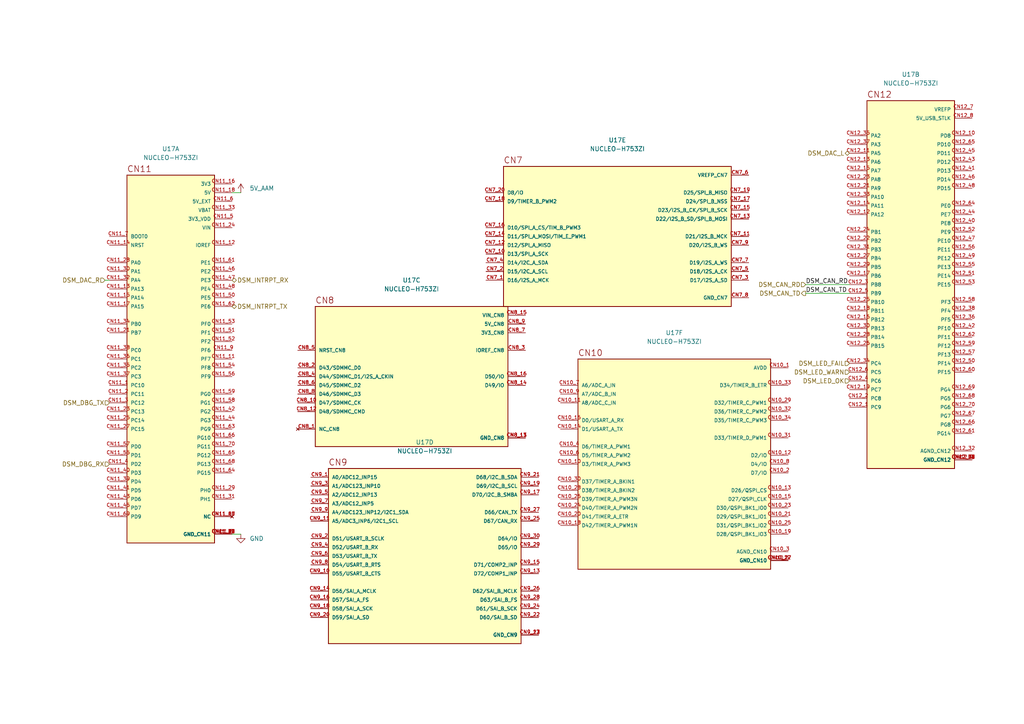
<source format=kicad_sch>
(kicad_sch (version 20250114) (generator "eeschema") (generator_version "9.0")
  (paper "A4")
  (lib_symbols
    (symbol "NUCLEO-H753ZI:NUCLEO-H753ZI" (pin_names (offset 1.016))
      (property "Reference" "U" (at -12.7 57.15 0))
      (property "Value" "NUCLEO-H753ZI" (at -12.7 -54.61 0))
      (symbol "NUCLEO-H753ZI_1_0"
        (rectangle (start -12.7 -53.34) (end 12.7 53.34) (stroke (width 0.254)) (fill (type background)))
        (text "CN11" (at -12.7 54.102 0) (effects (font (size 1.778 1.778)) (justify left bottom)))
        (pin input line (at -17.78 35.56 0) (length 5.08) (name "BOOT0") (number "CN11_7"))
        (pin input line (at -17.78 33.02 0) (length 5.08) (name "NRST") (number "CN11_14"))
        (pin bidirectional line (at -17.78 27.94 0) (length 5.08) (name "PA0") (number "CN11_28"))
        (pin bidirectional line (at -17.78 25.4 0) (length 5.08) (name "PA1") (number "CN11_30"))
        (pin bidirectional line (at -17.78 22.86 0) (length 5.08) (name "PA4") (number "CN11_32"))
        (pin bidirectional line (at -17.78 20.32 0) (length 5.08) (name "PA13") (number "CN11_13"))
        (pin bidirectional line (at -17.78 17.78 0) (length 5.08) (name "PA14") (number "CN11_15"))
        (pin bidirectional line (at -17.78 15.24 0) (length 5.08) (name "PA15") (number "CN11_17"))
        (pin bidirectional line (at -17.78 10.16 0) (length 5.08) (name "PB0") (number "CN11_34"))
        (pin bidirectional line (at -17.78 7.62 0) (length 5.08) (name "PB7") (number "CN11_21"))
        (pin bidirectional line (at -17.78 2.54 0) (length 5.08) (name "PC0") (number "CN11_38"))
        (pin bidirectional line (at -17.78 0 0) (length 5.08) (name "PC1") (number "CN11_36"))
        (pin bidirectional line (at -17.78 -2.54 0) (length 5.08) (name "PC2") (number "CN11_35"))
        (pin bidirectional line (at -17.78 -5.08 0) (length 5.08) (name "PC3") (number "CN11_37"))
        (pin bidirectional line (at -17.78 -7.62 0) (length 5.08) (name "PC10") (number "CN11_1"))
        (pin bidirectional line (at -17.78 -10.16 0) (length 5.08) (name "PC11") (number "CN11_2"))
        (pin bidirectional line (at -17.78 -12.7 0) (length 5.08) (name "PC12") (number "CN11_3"))
        (pin bidirectional line (at -17.78 -15.24 0) (length 5.08) (name "PC13") (number "CN11_23"))
        (pin bidirectional line (at -17.78 -17.78 0) (length 5.08) (name "PC14") (number "CN11_25"))
        (pin bidirectional line (at -17.78 -20.32 0) (length 5.08) (name "PC15") (number "CN11_27"))
        (pin bidirectional line (at -17.78 -25.4 0) (length 5.08) (name "PD0") (number "CN11_57"))
        (pin bidirectional line (at -17.78 -27.94 0) (length 5.08) (name "PD1") (number "CN11_55"))
        (pin bidirectional line (at -17.78 -30.48 0) (length 5.08) (name "PD2") (number "CN11_4"))
        (pin bidirectional line (at -17.78 -33.02 0) (length 5.08) (name "PD3") (number "CN11_40"))
        (pin bidirectional line (at -17.78 -35.56 0) (length 5.08) (name "PD4") (number "CN11_39"))
        (pin bidirectional line (at -17.78 -38.1 0) (length 5.08) (name "PD5") (number "CN11_41"))
        (pin bidirectional line (at -17.78 -40.64 0) (length 5.08) (name "PD6") (number "CN11_43"))
        (pin bidirectional line (at -17.78 -43.18 0) (length 5.08) (name "PD7") (number "CN11_45"))
        (pin bidirectional line (at -17.78 -45.72 0) (length 5.08) (name "PD9") (number "CN11_69"))
        (pin power_in line (at 17.78 50.8 180) (length 5.08) (name "3V3") (number "CN11_16"))
        (pin power_in line (at 17.78 48.26 180) (length 5.08) (name "5V") (number "CN11_18"))
        (pin power_in line (at 17.78 45.72 180) (length 5.08) (name "5V_EXT") (number "CN11_6"))
        (pin power_in line (at 17.78 43.18 180) (length 5.08) (name "VBAT") (number "CN11_33"))
        (pin power_in line (at 17.78 40.64 180) (length 5.08) (name "3V3_VDD") (number "CN11_5"))
        (pin power_in line (at 17.78 38.1 180) (length 5.08) (name "VIN") (number "CN11_24"))
        (pin bidirectional line (at 17.78 33.02 180) (length 5.08) (name "IOREF") (number "CN11_12"))
        (pin bidirectional line (at 17.78 27.94 180) (length 5.08) (name "PE1") (number "CN11_61"))
        (pin bidirectional line (at 17.78 25.4 180) (length 5.08) (name "PE2") (number "CN11_46"))
        (pin bidirectional line (at 17.78 22.86 180) (length 5.08) (name "PE3") (number "CN11_47"))
        (pin bidirectional line (at 17.78 20.32 180) (length 5.08) (name "PE4") (number "CN11_48"))
        (pin bidirectional line (at 17.78 17.78 180) (length 5.08) (name "PE5") (number "CN11_50"))
        (pin bidirectional line (at 17.78 15.24 180) (length 5.08) (name "PE6") (number "CN11_62"))
        (pin bidirectional line (at 17.78 10.16 180) (length 5.08) (name "PF0") (number "CN11_53"))
        (pin bidirectional line (at 17.78 7.62 180) (length 5.08) (name "PF1") (number "CN11_51"))
        (pin bidirectional line (at 17.78 5.08 180) (length 5.08) (name "PF2") (number "CN11_52"))
        (pin bidirectional line (at 17.78 2.54 180) (length 5.08) (name "PF6") (number "CN11_9"))
        (pin bidirectional line (at 17.78 0 180) (length 5.08) (name "PF7") (number "CN11_11"))
        (pin bidirectional line (at 17.78 -2.54 180) (length 5.08) (name "PF8") (number "CN11_54"))
        (pin bidirectional line (at 17.78 -5.08 180) (length 5.08) (name "PF9") (number "CN11_56"))
        (pin bidirectional line (at 17.78 -10.16 180) (length 5.08) (name "PG0") (number "CN11_59"))
        (pin bidirectional line (at 17.78 -12.7 180) (length 5.08) (name "PG1") (number "CN11_58"))
        (pin bidirectional line (at 17.78 -15.24 180) (length 5.08) (name "PG2") (number "CN11_42"))
        (pin bidirectional line (at 17.78 -17.78 180) (length 5.08) (name "PG3") (number "CN11_44"))
        (pin bidirectional line (at 17.78 -20.32 180) (length 5.08) (name "PG9") (number "CN11_63"))
        (pin bidirectional line (at 17.78 -22.86 180) (length 5.08) (name "PG10") (number "CN11_66"))
        (pin bidirectional line (at 17.78 -25.4 180) (length 5.08) (name "PG11") (number "CN11_70"))
        (pin bidirectional line (at 17.78 -27.94 180) (length 5.08) (name "PG12") (number "CN11_65"))
        (pin bidirectional line (at 17.78 -30.48 180) (length 5.08) (name "PG13") (number "CN11_68"))
        (pin bidirectional line (at 17.78 -33.02 180) (length 5.08) (name "PG15") (number "CN11_64"))
        (pin bidirectional line (at 17.78 -38.1 180) (length 5.08) (name "PH0") (number "CN11_29"))
        (pin bidirectional line (at 17.78 -40.64 180) (length 5.08) (name "PH1") (number "CN11_31"))
        (pin no_connect line (at 17.78 -45.72 180) (length 5.08) (name "NC") (number "CN11_10"))
        (pin no_connect line (at 17.78 -45.72 180) (length 5.08) (name "NC") (number "CN11_26"))
        (pin no_connect line (at 17.78 -45.72 180) (length 5.08) (name "NC") (number "CN11_67"))
        (pin power_in line (at 17.78 -50.8 180) (length 5.08) (name "GND_CN11") (number "CN11_19"))
        (pin power_in line (at 17.78 -50.8 180) (length 5.08) (name "GND_CN11") (number "CN11_20"))
        (pin power_in line (at 17.78 -50.8 180) (length 5.08) (name "GND_CN11") (number "CN11_22"))
        (pin power_in line (at 17.78 -50.8 180) (length 5.08) (name "GND_CN11") (number "CN11_49"))
        (pin power_in line (at 17.78 -50.8 180) (length 5.08) (name "GND_CN11") (number "CN11_60"))
        (pin power_in line (at 17.78 -50.8 180) (length 5.08) (name "GND_CN11") (number "CN11_71"))
        (pin power_in line (at 17.78 -50.8 180) (length 5.08) (name "GND_CN11") (number "CN11_72"))
        (pin power_in line (at 17.78 -50.8 180) (length 5.08) (name "GND_CN11") (number "CN11_8"))
      )
      (symbol "NUCLEO-H753ZI_2_0"
        (rectangle (start -12.7 -53.34) (end 12.7 53.34) (stroke (width 0.254)) (fill (type background)))
        (text "CN12" (at -12.7 54.102 0) (effects (font (size 1.778 1.778)) (justify left bottom)))
        (pin bidirectional line (at -17.78 43.18 0) (length 5.08) (name "PA2") (number "CN12_35"))
        (pin bidirectional line (at -17.78 40.64 0) (length 5.08) (name "PA3") (number "CN12_37"))
        (pin bidirectional line (at -17.78 38.1 0) (length 5.08) (name "PA5") (number "CN12_11"))
        (pin bidirectional line (at -17.78 35.56 0) (length 5.08) (name "PA6") (number "CN12_13"))
        (pin bidirectional line (at -17.78 33.02 0) (length 5.08) (name "PA7") (number "CN12_15"))
        (pin bidirectional line (at -17.78 30.48 0) (length 5.08) (name "PA8") (number "CN12_23"))
        (pin bidirectional line (at -17.78 27.94 0) (length 5.08) (name "PA9") (number "CN12_21"))
        (pin bidirectional line (at -17.78 25.4 0) (length 5.08) (name "PA10") (number "CN12_33"))
        (pin bidirectional line (at -17.78 22.86 0) (length 5.08) (name "PA11") (number "CN12_14"))
        (pin bidirectional line (at -17.78 20.32 0) (length 5.08) (name "PA12") (number "CN12_12"))
        (pin bidirectional line (at -17.78 15.24 0) (length 5.08) (name "PB1") (number "CN12_24"))
        (pin bidirectional line (at -17.78 12.7 0) (length 5.08) (name "PB2") (number "CN12_22"))
        (pin bidirectional line (at -17.78 10.16 0) (length 5.08) (name "PB3") (number "CN12_31"))
        (pin bidirectional line (at -17.78 7.62 0) (length 5.08) (name "PB4") (number "CN12_27"))
        (pin bidirectional line (at -17.78 5.08 0) (length 5.08) (name "PB5") (number "CN12_29"))
        (pin bidirectional line (at -17.78 2.54 0) (length 5.08) (name "PB6") (number "CN12_17"))
        (pin bidirectional line (at -17.78 0 0) (length 5.08) (name "PB8") (number "CN12_3"))
        (pin bidirectional line (at -17.78 -2.54 0) (length 5.08) (name "PB9") (number "CN12_5"))
        (pin bidirectional line (at -17.78 -5.08 0) (length 5.08) (name "PB10") (number "CN12_25"))
        (pin bidirectional line (at -17.78 -7.62 0) (length 5.08) (name "PB11") (number "CN12_18"))
        (pin bidirectional line (at -17.78 -10.16 0) (length 5.08) (name "PB12") (number "CN12_16"))
        (pin bidirectional line (at -17.78 -12.7 0) (length 5.08) (name "PB13") (number "CN12_30"))
        (pin bidirectional line (at -17.78 -15.24 0) (length 5.08) (name "PB14") (number "CN12_28"))
        (pin bidirectional line (at -17.78 -17.78 0) (length 5.08) (name "PB15") (number "CN12_26"))
        (pin bidirectional line (at -17.78 -22.86 0) (length 5.08) (name "PC4") (number "CN12_34"))
        (pin bidirectional line (at -17.78 -25.4 0) (length 5.08) (name "PC5") (number "CN12_6"))
        (pin bidirectional line (at -17.78 -27.94 0) (length 5.08) (name "PC6") (number "CN12_4"))
        (pin bidirectional line (at -17.78 -30.48 0) (length 5.08) (name "PC7") (number "CN12_19"))
        (pin bidirectional line (at -17.78 -33.02 0) (length 5.08) (name "PC8") (number "CN12_2"))
        (pin bidirectional line (at -17.78 -35.56 0) (length 5.08) (name "PC9") (number "CN12_1"))
        (pin power_in line (at 17.78 50.8 180) (length 5.08) (name "VREFP") (number "CN12_7"))
        (pin power_in line (at 17.78 48.26 180) (length 5.08) (name "5V_USB_STLK") (number "CN12_8"))
        (pin bidirectional line (at 17.78 43.18 180) (length 5.08) (name "PD8") (number "CN12_10"))
        (pin bidirectional line (at 17.78 40.64 180) (length 5.08) (name "PD10") (number "CN12_65"))
        (pin bidirectional line (at 17.78 38.1 180) (length 5.08) (name "PD11") (number "CN12_45"))
        (pin bidirectional line (at 17.78 35.56 180) (length 5.08) (name "PD12") (number "CN12_43"))
        (pin bidirectional line (at 17.78 33.02 180) (length 5.08) (name "PD13") (number "CN12_41"))
        (pin bidirectional line (at 17.78 30.48 180) (length 5.08) (name "PD14") (number "CN12_46"))
        (pin bidirectional line (at 17.78 27.94 180) (length 5.08) (name "PD15") (number "CN12_48"))
        (pin bidirectional line (at 17.78 22.86 180) (length 5.08) (name "PE0") (number "CN12_64"))
        (pin bidirectional line (at 17.78 20.32 180) (length 5.08) (name "PE7") (number "CN12_44"))
        (pin bidirectional line (at 17.78 17.78 180) (length 5.08) (name "PE8") (number "CN12_40"))
        (pin bidirectional line (at 17.78 15.24 180) (length 5.08) (name "PE9") (number "CN12_52"))
        (pin bidirectional line (at 17.78 12.7 180) (length 5.08) (name "PE10") (number "CN12_47"))
        (pin bidirectional line (at 17.78 10.16 180) (length 5.08) (name "PE11") (number "CN12_56"))
        (pin bidirectional line (at 17.78 7.62 180) (length 5.08) (name "PE12") (number "CN12_49"))
        (pin bidirectional line (at 17.78 5.08 180) (length 5.08) (name "PE13") (number "CN12_55"))
        (pin bidirectional line (at 17.78 2.54 180) (length 5.08) (name "PE14") (number "CN12_51"))
        (pin bidirectional line (at 17.78 0 180) (length 5.08) (name "PE15") (number "CN12_53"))
        (pin bidirectional line (at 17.78 -5.08 180) (length 5.08) (name "PF3") (number "CN12_58"))
        (pin bidirectional line (at 17.78 -7.62 180) (length 5.08) (name "PF4") (number "CN12_38"))
        (pin bidirectional line (at 17.78 -10.16 180) (length 5.08) (name "PF5") (number "CN12_36"))
        (pin bidirectional line (at 17.78 -12.7 180) (length 5.08) (name "PF10") (number "CN12_42"))
        (pin bidirectional line (at 17.78 -15.24 180) (length 5.08) (name "PF11") (number "CN12_62"))
        (pin bidirectional line (at 17.78 -17.78 180) (length 5.08) (name "PF12") (number "CN12_59"))
        (pin bidirectional line (at 17.78 -20.32 180) (length 5.08) (name "PF13") (number "CN12_57"))
        (pin bidirectional line (at 17.78 -22.86 180) (length 5.08) (name "PF14") (number "CN12_50"))
        (pin bidirectional line (at 17.78 -25.4 180) (length 5.08) (name "PF15") (number "CN12_60"))
        (pin bidirectional line (at 17.78 -30.48 180) (length 5.08) (name "PG4") (number "CN12_69"))
        (pin bidirectional line (at 17.78 -33.02 180) (length 5.08) (name "PG5") (number "CN12_68"))
        (pin bidirectional line (at 17.78 -35.56 180) (length 5.08) (name "PG6") (number "CN12_70"))
        (pin bidirectional line (at 17.78 -38.1 180) (length 5.08) (name "PG7") (number "CN12_67"))
        (pin bidirectional line (at 17.78 -40.64 180) (length 5.08) (name "PG8") (number "CN12_66"))
        (pin bidirectional line (at 17.78 -43.18 180) (length 5.08) (name "PG14") (number "CN12_61"))
        (pin power_in line (at 17.78 -48.26 180) (length 5.08) (name "AGND_CN12") (number "CN12_32"))
        (pin power_in line (at 17.78 -50.8 180) (length 5.08) (name "GND_CN12") (number "CN12_20"))
        (pin power_in line (at 17.78 -50.8 180) (length 5.08) (name "GND_CN12") (number "CN12_39"))
        (pin power_in line (at 17.78 -50.8 180) (length 5.08) (name "GND_CN12") (number "CN12_54"))
        (pin power_in line (at 17.78 -50.8 180) (length 5.08) (name "GND_CN12") (number "CN12_63"))
        (pin power_in line (at 17.78 -50.8 180) (length 5.08) (name "GND_CN12") (number "CN12_71"))
        (pin power_in line (at 17.78 -50.8 180) (length 5.08) (name "GND_CN12") (number "CN12_72"))
        (pin power_in line (at 17.78 -50.8 180) (length 5.08) (name "GND_CN12") (number "CN12_9"))
      )
      (symbol "NUCLEO-H753ZI_3_0"
        (rectangle (start -27.94 -20.32) (end 27.94 20.32) (stroke (width 0.254)) (fill (type background)))
        (text "CN8" (at -27.94 21.082 0) (effects (font (size 1.778 1.778)) (justify left bottom)))
        (pin input line (at -33.02 7.62 0) (length 5.08) (name "NRST_CN8") (number "CN8_5"))
        (pin bidirectional line (at -33.02 2.54 0) (length 5.08) (name "D43/SDMMC_D0") (number "CN8_2"))
        (pin bidirectional line (at -33.02 0 0) (length 5.08) (name "D44/SDMMC_D1/I2S_A_CKIN") (number "CN8_4"))
        (pin bidirectional line (at -33.02 -2.54 0) (length 5.08) (name "D45/SDMMC_D2") (number "CN8_6"))
        (pin bidirectional line (at -33.02 -5.08 0) (length 5.08) (name "D46/SDMMC_D3") (number "CN8_8"))
        (pin bidirectional line (at -33.02 -7.62 0) (length 5.08) (name "D47/SDMMC_CK") (number "CN8_10"))
        (pin bidirectional line (at -33.02 -10.16 0) (length 5.08) (name "D48/SDMMC_CMD") (number "CN8_12"))
        (pin no_connect line (at -33.02 -15.24 0) (length 5.08) (name "NC_CN8") (number "CN8_1"))
        (pin power_in line (at 33.02 17.78 180) (length 5.08) (name "VIN_CN8") (number "CN8_15"))
        (pin power_in line (at 33.02 15.24 180) (length 5.08) (name "5V_CN8") (number "CN8_9"))
        (pin power_in line (at 33.02 12.7 180) (length 5.08) (name "3V3_CN8") (number "CN8_7"))
        (pin bidirectional line (at 33.02 7.62 180) (length 5.08) (name "IOREF_CN8") (number "CN8_3"))
        (pin bidirectional line (at 33.02 0 180) (length 5.08) (name "D50/IO") (number "CN8_16"))
        (pin bidirectional line (at 33.02 -2.54 180) (length 5.08) (name "D49/IO") (number "CN8_14"))
        (pin power_in line (at 33.02 -17.78 180) (length 5.08) (name "GND_CN8") (number "CN8_11"))
        (pin power_in line (at 33.02 -17.78 180) (length 5.08) (name "GND_CN8") (number "CN8_13"))
      )
      (symbol "NUCLEO-H753ZI_4_0"
        (rectangle (start -27.94 -25.4) (end 27.94 25.4) (stroke (width 0.254)) (fill (type background)))
        (text "CN9" (at -27.94 26.162 0) (effects (font (size 1.778 1.778)) (justify left bottom)))
        (pin input line (at -33.02 22.86 0) (length 5.08) (name "A0/ADC12_INP15") (number "CN9_1"))
        (pin input line (at -33.02 20.32 0) (length 5.08) (name "A1/ADC123_INP10") (number "CN9_3"))
        (pin input line (at -33.02 17.78 0) (length 5.08) (name "A2/ADC12_INP13") (number "CN9_5"))
        (pin input line (at -33.02 15.24 0) (length 5.08) (name "A3/ADC12_INP5") (number "CN9_7"))
        (pin input line (at -33.02 12.7 0) (length 5.08) (name "A4/ADC123_INP12/I2C1_SDA") (number "CN9_9"))
        (pin input line (at -33.02 10.16 0) (length 5.08) (name "A5/ADC3_INP6/I2C1_SCL") (number "CN9_11"))
        (pin bidirectional line (at -33.02 5.08 0) (length 5.08) (name "D51/USART_B_SCLK") (number "CN9_2"))
        (pin bidirectional line (at -33.02 2.54 0) (length 5.08) (name "D52/USART_B_RX") (number "CN9_4"))
        (pin bidirectional line (at -33.02 0 0) (length 5.08) (name "D53/USART_B_TX") (number "CN9_6"))
        (pin bidirectional line (at -33.02 -2.54 0) (length 5.08) (name "D54/USART_B_RTS") (number "CN9_8"))
        (pin bidirectional line (at -33.02 -5.08 0) (length 5.08) (name "D55/USART_B_CTS") (number "CN9_10"))
        (pin bidirectional line (at -33.02 -10.16 0) (length 5.08) (name "D56/SAI_A_MCLK") (number "CN9_14"))
        (pin bidirectional line (at -33.02 -12.7 0) (length 5.08) (name "D57/SAI_A_FS") (number "CN9_16"))
        (pin bidirectional line (at -33.02 -15.24 0) (length 5.08) (name "D58/SAI_A_SCK") (number "CN9_18"))
        (pin bidirectional line (at -33.02 -17.78 0) (length 5.08) (name "D59/SAI_A_SD") (number "CN9_20"))
        (pin bidirectional line (at 33.02 22.86 180) (length 5.08) (name "D68/I2C_B_SDA") (number "CN9_21"))
        (pin bidirectional line (at 33.02 20.32 180) (length 5.08) (name "D69/I2C_B_SCL") (number "CN9_19"))
        (pin bidirectional line (at 33.02 17.78 180) (length 5.08) (name "D70/I2C_B_SMBA") (number "CN9_17"))
        (pin output line (at 33.02 12.7 180) (length 5.08) (name "D66/CAN_TX") (number "CN9_27"))
        (pin input line (at 33.02 10.16 180) (length 5.08) (name "D67/CAN_RX") (number "CN9_25"))
        (pin bidirectional line (at 33.02 5.08 180) (length 5.08) (name "D64/IO") (number "CN9_30"))
        (pin bidirectional line (at 33.02 2.54 180) (length 5.08) (name "D65/IO") (number "CN9_29"))
        (pin bidirectional line (at 33.02 -2.54 180) (length 5.08) (name "D71/COMP2_INP") (number "CN9_15"))
        (pin bidirectional line (at 33.02 -5.08 180) (length 5.08) (name "D72/COMP1_INP") (number "CN9_13"))
        (pin bidirectional line (at 33.02 -10.16 180) (length 5.08) (name "D62/SAI_B_MCLK") (number "CN9_26"))
        (pin bidirectional line (at 33.02 -12.7 180) (length 5.08) (name "D63/SAI_B_FS") (number "CN9_28"))
        (pin bidirectional line (at 33.02 -15.24 180) (length 5.08) (name "D61/SAI_B_SCK") (number "CN9_24"))
        (pin bidirectional line (at 33.02 -17.78 180) (length 5.08) (name "D60/SAI_B_SD") (number "CN9_22"))
        (pin power_in line (at 33.02 -22.86 180) (length 5.08) (name "GND_CN9") (number "CN9_12"))
        (pin power_in line (at 33.02 -22.86 180) (length 5.08) (name "GND_CN9") (number "CN9_23"))
      )
      (symbol "NUCLEO-H753ZI_5_0"
        (rectangle (start -33.02 -20.32) (end 33.02 20.32) (stroke (width 0.254)) (fill (type background)))
        (text "CN7" (at -33.02 21.082 0) (effects (font (size 1.778 1.778)) (justify left bottom)))
        (pin bidirectional line (at -38.1 12.7 0) (length 5.08) (name "D8/IO") (number "CN7_20"))
        (pin bidirectional line (at -38.1 10.16 0) (length 5.08) (name "D9/TIMER_B_PWM2") (number "CN7_18"))
        (pin bidirectional line (at -38.1 2.54 0) (length 5.08) (name "D10/SPI_A_CS/TIM_B_PWM3") (number "CN7_16"))
        (pin bidirectional line (at -38.1 0 0) (length 5.08) (name "D11/SPI_A_MOSI/TIM_E_PWM1") (number "CN7_14"))
        (pin bidirectional line (at -38.1 -2.54 0) (length 5.08) (name "D12/SPI_A_MISO") (number "CN7_12"))
        (pin bidirectional line (at -38.1 -5.08 0) (length 5.08) (name "D13/SPI_A_SCK") (number "CN7_10"))
        (pin bidirectional line (at -38.1 -7.62 0) (length 5.08) (name "D14/I2C_A_SDA") (number "CN7_4"))
        (pin bidirectional line (at -38.1 -10.16 0) (length 5.08) (name "D15/I2C_A_SCL") (number "CN7_2"))
        (pin bidirectional line (at -38.1 -12.7 0) (length 5.08) (name "D16/I2S_A_MCK") (number "CN7_1"))
        (pin power_in line (at 38.1 17.78 180) (length 5.08) (name "VREFP_CN7") (number "CN7_6"))
        (pin bidirectional line (at 38.1 12.7 180) (length 5.08) (name "D25/SPI_B_MISO") (number "CN7_19"))
        (pin bidirectional line (at 38.1 10.16 180) (length 5.08) (name "D24/SPI_B_NSS") (number "CN7_17"))
        (pin bidirectional line (at 38.1 7.62 180) (length 5.08) (name "D23/I2S_B_CK/SPI_B_SCK") (number "CN7_15"))
        (pin bidirectional line (at 38.1 5.08 180) (length 5.08) (name "D22/I2S_B_SD/SPI_B_MOSI") (number "CN7_13"))
        (pin bidirectional line (at 38.1 0 180) (length 5.08) (name "D21/I2S_B_MCK") (number "CN7_11"))
        (pin bidirectional line (at 38.1 -2.54 180) (length 5.08) (name "D20/I2S_B_WS") (number "CN7_9"))
        (pin bidirectional line (at 38.1 -7.62 180) (length 5.08) (name "D19/I2S_A_WS") (number "CN7_7"))
        (pin bidirectional line (at 38.1 -10.16 180) (length 5.08) (name "D18/I2S_A_CK") (number "CN7_5"))
        (pin bidirectional line (at 38.1 -12.7 180) (length 5.08) (name "D17/I2S_A_SD") (number "CN7_3"))
        (pin power_in line (at 38.1 -17.78 180) (length 5.08) (name "GND_CN7") (number "CN7_8"))
      )
      (symbol "NUCLEO-H753ZI_6_0"
        (rectangle (start -27.94 -30.48) (end 27.94 30.48) (stroke (width 0.254)) (fill (type background)))
        (text "CN10" (at -27.94 31.242 0) (effects (font (size 1.778 1.778)) (justify left bottom)))
        (pin input line (at -33.02 22.86 0) (length 5.08) (name "A6/ADC_A_IN") (number "CN10_7"))
        (pin input line (at -33.02 20.32 0) (length 5.08) (name "A7/ADC_B_IN") (number "CN10_9"))
        (pin input line (at -33.02 17.78 0) (length 5.08) (name "A8/ADC_C_IN") (number "CN10_11"))
        (pin input line (at -33.02 12.7 0) (length 5.08) (name "D0/USART_A_RX") (number "CN10_16"))
        (pin output line (at -33.02 10.16 0) (length 5.08) (name "D1/USART_A_TX") (number "CN10_14"))
        (pin bidirectional line (at -33.02 5.08 0) (length 5.08) (name "D6/TIMER_A_PWM1") (number "CN10_4"))
        (pin bidirectional line (at -33.02 2.54 0) (length 5.08) (name "D5/TIMER_A_PWM2") (number "CN10_6"))
        (pin bidirectional line (at -33.02 0 0) (length 5.08) (name "D3/TIMER_A_PWM3") (number "CN10_10"))
        (pin bidirectional line (at -33.02 -5.08 0) (length 5.08) (name "D37/TIMER_A_BKIN1") (number "CN10_30"))
        (pin bidirectional line (at -33.02 -7.62 0) (length 5.08) (name "D38/TIMER_A_BKIN2") (number "CN10_28"))
        (pin bidirectional line (at -33.02 -10.16 0) (length 5.08) (name "D39/TIMER_A_PWM3N") (number "CN10_26"))
        (pin bidirectional line (at -33.02 -12.7 0) (length 5.08) (name "D40/TIMER_A_PWM2N") (number "CN10_24"))
        (pin bidirectional line (at -33.02 -15.24 0) (length 5.08) (name "D41/TIMER_A_ETR") (number "CN10_20"))
        (pin bidirectional line (at -33.02 -17.78 0) (length 5.08) (name "D42/TIMER_A_PWM1N") (number "CN10_18"))
        (pin power_in line (at 33.02 27.94 180) (length 5.08) (name "AVDD") (number "CN10_1"))
        (pin bidirectional line (at 33.02 22.86 180) (length 5.08) (name "D34/TIMER_B_ETR") (number "CN10_33"))
        (pin bidirectional line (at 33.02 17.78 180) (length 5.08) (name "D32/TIMER_C_PWM1") (number "CN10_29"))
        (pin bidirectional line (at 33.02 15.24 180) (length 5.08) (name "D36/TIMER_C_PWM2") (number "CN10_32"))
        (pin bidirectional line (at 33.02 12.7 180) (length 5.08) (name "D35/TIMER_C_PWM3") (number "CN10_34"))
        (pin bidirectional line (at 33.02 7.62 180) (length 5.08) (name "D33/TIMER_D_PWM1") (number "CN10_31"))
        (pin bidirectional line (at 33.02 2.54 180) (length 5.08) (name "D2/IO") (number "CN10_12"))
        (pin bidirectional line (at 33.02 0 180) (length 5.08) (name "D4/IO") (number "CN10_8"))
        (pin bidirectional line (at 33.02 -2.54 180) (length 5.08) (name "D7/IO") (number "CN10_2"))
        (pin bidirectional line (at 33.02 -7.62 180) (length 5.08) (name "D26/QSPI_CS") (number "CN10_13"))
        (pin bidirectional line (at 33.02 -10.16 180) (length 5.08) (name "D27/QSPI_CLK") (number "CN10_15"))
        (pin bidirectional line (at 33.02 -12.7 180) (length 5.08) (name "D30/QSPI_BK1_IO0") (number "CN10_23"))
        (pin bidirectional line (at 33.02 -15.24 180) (length 5.08) (name "D29/QSPI_BK1_IO1") (number "CN10_21"))
        (pin bidirectional line (at 33.02 -17.78 180) (length 5.08) (name "D31/QSPI_BK1_IO2") (number "CN10_25"))
        (pin bidirectional line (at 33.02 -20.32 180) (length 5.08) (name "D28/QSPI_BK1_IO3") (number "CN10_19"))
        (pin power_in line (at 33.02 -25.4 180) (length 5.08) (name "AGND_CN10") (number "CN10_3"))
        (pin power_in line (at 33.02 -27.94 180) (length 5.08) (name "GND_CN10") (number "CN10_17"))
        (pin power_in line (at 33.02 -27.94 180) (length 5.08) (name "GND_CN10") (number "CN10_22"))
        (pin power_in line (at 33.02 -27.94 180) (length 5.08) (name "GND_CN10") (number "CN10_27"))
        (pin power_in line (at 33.02 -27.94 180) (length 5.08) (name "GND_CN10") (number "CN10_5"))
      )
    )
    (symbol "power:+5V" (power) (pin_numbers (hide yes)) (pin_names (offset 0) (hide yes))
      (property "Value" "+5V" (at 0 3.556 0))
      (symbol "+5V_0_1"
        (polyline (pts (xy -0.762 1.27) (xy 0 2.54)))
        (polyline (pts (xy 0 2.54) (xy 0.762 1.27)))
        (polyline (pts (xy 0 0) (xy 0 2.54)))
      )
      (symbol "+5V_1_1"
        (pin power_in line (at 0 0 90) (length 0) (name "~") (number "1"))
      )
    )
    (symbol "power:GND" (power) (pin_numbers (hide yes)) (pin_names (offset 0) (hide yes))
      (property "Value" "GND" (at 0 -3.81 0))
      (symbol "GND_0_1"
        (polyline (pts (xy 0 0) (xy 0 -1.27) (xy 1.27 -1.27) (xy 0 -2.54) (xy -1.27 -1.27) (xy 0 -1.27)))
      )
      (symbol "GND_1_1"
        (pin power_in line (at 0 0 270) (length 0) (name "~") (number "1"))
      )
    )
  )
  (wire (pts (xy 30.48 81.28) (xy 31.75 81.28)))
  (wire (pts (xy 67.31 55.88) (xy 69.85 55.88)))
  (wire (pts (xy 233.68 82.55) (xy 246.38 82.55)))
  (wire (pts (xy 67.31 154.94) (xy 69.85 154.94)))
  (wire (pts (xy 233.68 85.09) (xy 246.38 85.09)))
  (label "DSM_CAN_TD" (at 233.68 85.09 0))
  (label "DSM_CAN_RD" (at 233.68 82.55 0))
  (hierarchical_label "DSM_DBG_TX" (shape input) (at 31.75 116.84 180))
  (hierarchical_label "DSM_LED_OK" (shape input) (at 246.38 110.49 180))
  (hierarchical_label "DSM_INTRPT_RX" (shape bidirectional) (at 67.31 81.28 0))
  (hierarchical_label "DSM_CAN_TD" (shape output) (at 233.68 85.09 180))
  (hierarchical_label "DSM_DAC_R" (shape input) (at 30.48 81.28 180))
  (hierarchical_label "DSM_DBG_RX" (shape input) (at 31.75 134.62 180))
  (hierarchical_label "DSM_DAC_L" (shape bidirectional) (at 246.38 44.45 180))
  (hierarchical_label "DSM_INTRPT_TX" (shape bidirectional) (at 67.31 88.9 0))
  (hierarchical_label "DSM_CAN_RD" (shape input) (at 233.68 82.55 180))
  (hierarchical_label "DSM_LED_WARN" (shape input) (at 246.38 107.95 180))
  (hierarchical_label "DSM_LED_FAIL" (shape input) (at 246.38 105.41 180))
  (symbol (lib_id "power:GND") (at 69.85 154.94 0) (unit 1)
    (property "Reference" "#PWR0103" (effects (hide yes)))
    (property "Value" "GND" (at 72.39 156.2099 0) (effects (justify left)))
    (property "Description" "Power symbol creates a global label with name \"GND\" , ground" (effects (hide yes)))
  )
  (symbol (lib_id "NUCLEO-H753ZI:NUCLEO-H753ZI") (at 179.07 68.58 0) (unit 5)
    (property "Reference" "U17" (at 179.07 40.64 0))
    (property "Value" "NUCLEO-H753ZI" (at 179.07 43.18 0))
    (property "Footprint" "NUCLEO-H753ZI:MODULE_NUCLEO-H753ZI" (effects (hide yes)))
    (property "MF" "STMicroelectronics" (effects (hide yes)))
    (property "Description_1" "STM32H753ZI Nucleo-144 STM32H7 ARM® Cortex®-M7 MCU 32-Bit Embedded Evaluation Board" (effects (hide yes)))
    (property "Package" "None" (effects (hide yes)))
    (property "Price" "None" (effects (hide yes)))
    (property "Check_prices" "https://www.snapeda.com/parts/NUCLEO-H753ZI/STMicroelectronics/view-part/?ref=eda" (effects (hide yes)))
    (property "STANDARD" "Manufacturer Recommendations" (effects (hide yes)))
    (property "PARTREV" "Rev. 2" (effects (hide yes)))
    (property "SnapEDA_Link" "https://www.snapeda.com/parts/NUCLEO-H753ZI/STMicroelectronics/view-part/?ref=snap" (effects (hide yes)))
    (property "MP" "NUCLEO-H753ZI" (effects (hide yes)))
    (property "Availability" "In Stock" (effects (hide yes)))
    (property "MANUFACTURER" "STMicroelectronics" (effects (hide yes)))
  )
  (symbol (lib_id "NUCLEO-H753ZI:NUCLEO-H753ZI") (at 49.53 104.14 0) (unit 1)
    (property "Reference" "U17" (at 49.53 43.18 0))
    (property "Value" "NUCLEO-H753ZI" (at 49.53 45.72 0))
    (property "Footprint" "NUCLEO-H753ZI:MODULE_NUCLEO-H753ZI" (effects (hide yes)))
    (property "MF" "STMicroelectronics" (effects (hide yes)))
    (property "Description_1" "STM32H753ZI Nucleo-144 STM32H7 ARM® Cortex®-M7 MCU 32-Bit Embedded Evaluation Board" (effects (hide yes)))
    (property "Package" "None" (effects (hide yes)))
    (property "Price" "None" (effects (hide yes)))
    (property "Check_prices" "https://www.snapeda.com/parts/NUCLEO-H753ZI/STMicroelectronics/view-part/?ref=eda" (effects (hide yes)))
    (property "STANDARD" "Manufacturer Recommendations" (effects (hide yes)))
    (property "PARTREV" "Rev. 2" (effects (hide yes)))
    (property "SnapEDA_Link" "https://www.snapeda.com/parts/NUCLEO-H753ZI/STMicroelectronics/view-part/?ref=snap" (effects (hide yes)))
    (property "MP" "NUCLEO-H753ZI" (effects (hide yes)))
    (property "Availability" "In Stock" (effects (hide yes)))
    (property "MANUFACTURER" "STMicroelectronics" (effects (hide yes)))
  )
  (symbol (lib_id "NUCLEO-H753ZI:NUCLEO-H753ZI") (at 264.16 82.55 0) (unit 2)
    (property "Reference" "U17" (at 264.16 21.59 0))
    (property "Value" "NUCLEO-H753ZI" (at 264.16 24.13 0))
    (property "Footprint" "NUCLEO-H753ZI:MODULE_NUCLEO-H753ZI" (effects (hide yes)))
    (property "MF" "STMicroelectronics" (effects (hide yes)))
    (property "Description_1" "STM32H753ZI Nucleo-144 STM32H7 ARM® Cortex®-M7 MCU 32-Bit Embedded Evaluation Board" (effects (hide yes)))
    (property "Package" "None" (effects (hide yes)))
    (property "Price" "None" (effects (hide yes)))
    (property "Check_prices" "https://www.snapeda.com/parts/NUCLEO-H753ZI/STMicroelectronics/view-part/?ref=eda" (effects (hide yes)))
    (property "STANDARD" "Manufacturer Recommendations" (effects (hide yes)))
    (property "PARTREV" "Rev. 2" (effects (hide yes)))
    (property "SnapEDA_Link" "https://www.snapeda.com/parts/NUCLEO-H753ZI/STMicroelectronics/view-part/?ref=snap" (effects (hide yes)))
    (property "MP" "NUCLEO-H753ZI" (effects (hide yes)))
    (property "Availability" "In Stock" (effects (hide yes)))
    (property "MANUFACTURER" "STMicroelectronics" (effects (hide yes)))
  )
  (symbol (lib_id "power:+5V") (at 69.85 55.88 0) (unit 1)
    (property "Reference" "#PWR0102" (effects (hide yes)))
    (property "Value" "5V_AAM" (at 72.39 54.6099 0) (effects (justify left)))
    (property "Description" "Power symbol creates a global label with name \"+5V\"" (effects (hide yes)))
  )
  (symbol (lib_id "NUCLEO-H753ZI:NUCLEO-H753ZI") (at 119.38 109.22 0) (unit 3)
    (property "Reference" "U17" (at 119.38 81.28 0))
    (property "Value" "NUCLEO-H753ZI" (at 119.38 83.82 0))
    (property "Footprint" "NUCLEO-H753ZI:MODULE_NUCLEO-H753ZI" (effects (hide yes)))
    (property "MF" "STMicroelectronics" (effects (hide yes)))
    (property "Description_1" "STM32H753ZI Nucleo-144 STM32H7 ARM® Cortex®-M7 MCU 32-Bit Embedded Evaluation Board" (effects (hide yes)))
    (property "Package" "None" (effects (hide yes)))
    (property "Price" "None" (effects (hide yes)))
    (property "Check_prices" "https://www.snapeda.com/parts/NUCLEO-H753ZI/STMicroelectronics/view-part/?ref=eda" (effects (hide yes)))
    (property "STANDARD" "Manufacturer Recommendations" (effects (hide yes)))
    (property "PARTREV" "Rev. 2" (effects (hide yes)))
    (property "SnapEDA_Link" "https://www.snapeda.com/parts/NUCLEO-H753ZI/STMicroelectronics/view-part/?ref=snap" (effects (hide yes)))
    (property "MP" "NUCLEO-H753ZI" (effects (hide yes)))
    (property "Availability" "In Stock" (effects (hide yes)))
    (property "MANUFACTURER" "STMicroelectronics" (effects (hide yes)))
  )
  (symbol (lib_id "NUCLEO-H753ZI:NUCLEO-H753ZI") (at 195.58 134.62 0) (unit 6)
    (property "Reference" "U17" (at 195.58 96.52 0))
    (property "Value" "NUCLEO-H753ZI" (at 195.58 99.06 0))
    (property "Footprint" "NUCLEO-H753ZI:MODULE_NUCLEO-H753ZI" (effects (hide yes)))
    (property "MF" "STMicroelectronics" (effects (hide yes)))
    (property "Description_1" "STM32H753ZI Nucleo-144 STM32H7 ARM® Cortex®-M7 MCU 32-Bit Embedded Evaluation Board" (effects (hide yes)))
    (property "Package" "None" (effects (hide yes)))
    (property "Price" "None" (effects (hide yes)))
    (property "Check_prices" "https://www.snapeda.com/parts/NUCLEO-H753ZI/STMicroelectronics/view-part/?ref=eda" (effects (hide yes)))
    (property "STANDARD" "Manufacturer Recommendations" (effects (hide yes)))
    (property "PARTREV" "Rev. 2" (effects (hide yes)))
    (property "SnapEDA_Link" "https://www.snapeda.com/parts/NUCLEO-H753ZI/STMicroelectronics/view-part/?ref=snap" (effects (hide yes)))
    (property "MP" "NUCLEO-H753ZI" (effects (hide yes)))
    (property "Availability" "In Stock" (effects (hide yes)))
    (property "MANUFACTURER" "STMicroelectronics" (effects (hide yes)))
  )
  (symbol (lib_id "NUCLEO-H753ZI:NUCLEO-H753ZI") (at 123.19 161.29 0) (unit 4)
    (property "Reference" "U17" (at 123.19 128.27 0))
    (property "Value" "NUCLEO-H753ZI" (at 123.19 130.81 0))
    (property "Footprint" "NUCLEO-H753ZI:MODULE_NUCLEO-H753ZI" (effects (hide yes)))
    (property "MF" "STMicroelectronics" (effects (hide yes)))
    (property "Description_1" "STM32H753ZI Nucleo-144 STM32H7 ARM® Cortex®-M7 MCU 32-Bit Embedded Evaluation Board" (effects (hide yes)))
    (property "Package" "None" (effects (hide yes)))
    (property "Price" "None" (effects (hide yes)))
    (property "Check_prices" "https://www.snapeda.com/parts/NUCLEO-H753ZI/STMicroelectronics/view-part/?ref=eda" (effects (hide yes)))
    (property "STANDARD" "Manufacturer Recommendations" (effects (hide yes)))
    (property "PARTREV" "Rev. 2" (effects (hide yes)))
    (property "SnapEDA_Link" "https://www.snapeda.com/parts/NUCLEO-H753ZI/STMicroelectronics/view-part/?ref=snap" (effects (hide yes)))
    (property "MP" "NUCLEO-H753ZI" (effects (hide yes)))
    (property "Availability" "In Stock" (effects (hide yes)))
    (property "MANUFACTURER" "STMicroelectronics" (effects (hide yes)))
  )
)
</source>
